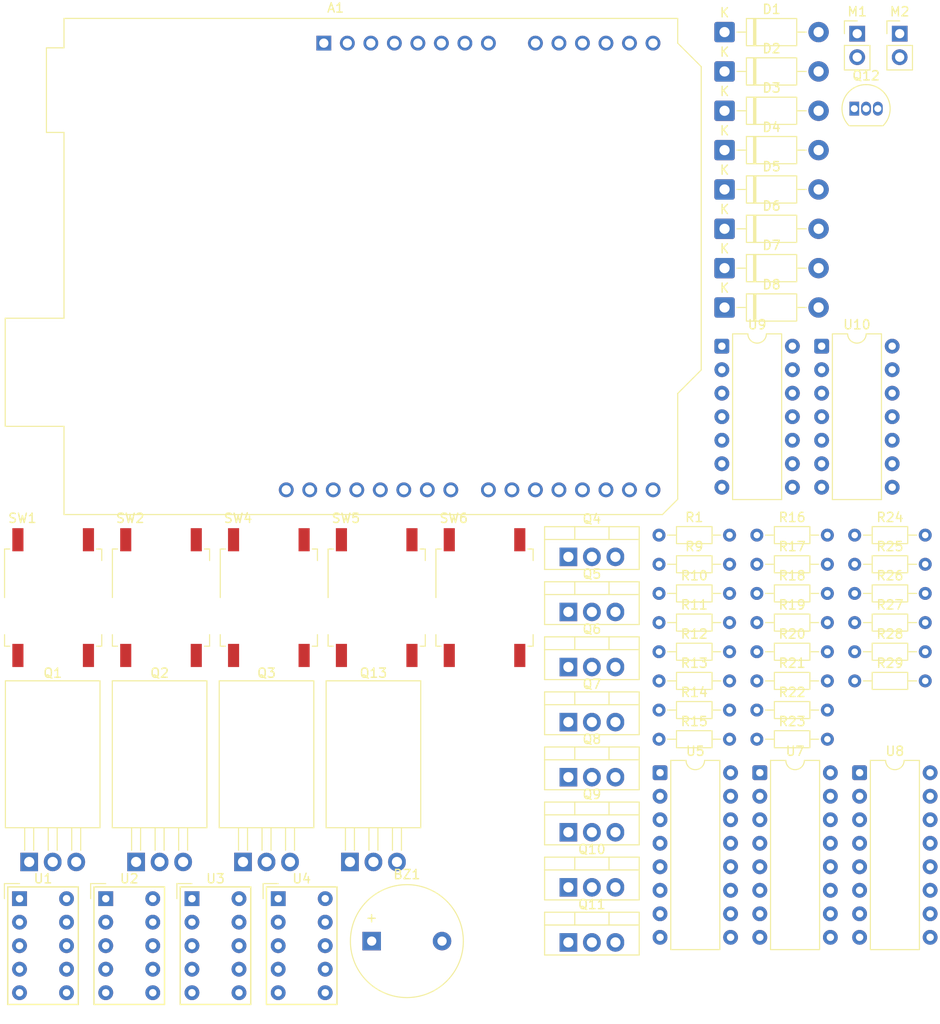
<source format=kicad_pcb>
(kicad_pcb (version 20241229) (generator "pcbnew") (generator_version "9.0")
  (layers (0 "F.Cu" signal) (2 "B.Cu" signal) (13 "F.Paste" user) (15 "B.Paste" user) (5 "F.SilkS" user "F.Silkscreen") (7 "B.SilkS" user "B.Silkscreen") (1 "F.Mask" user) (3 "B.Mask" user) (25 "Edge.Cuts" user))
  (net 0 "")
  (net 3 "Net-(A1-D11)")
  (net 5 "/UP")
  (net 6 "Net-(A1-A1)")
  (net 8 "Net-(A1-D1{slash}TX)")
  (net 9 "Net-(A1-D12)")
  (net 10 "3V3")
  (net 12 "Net-(A1-A2)")
  (net 13 "Net-(A1-D10)")
  (net 15 "VCC")
  (net 21 "GND")
  (net 27 "Net-(A1-D13)")
  (net 28 "Net-(A1-D0{slash}RX)")
  (net 29 "Net-(BZ1-+)")
  (net 30 "Net-(D1-A)")
  (net 31 "Net-(D2-A)")
  (net 32 "Net-(D5-A)")
  (net 33 "Net-(D7-A)")
  (net 34 "Net-(Q1-C)")
  (net 35 "Net-(Q1-B)")
  (net 36 "Net-(Q2-C)")
  (net 37 "Net-(Q2-B)")
  (net 38 "Net-(Q3-B)")
  (net 39 "Net-(Q3-C)")
  (net 40 "Net-(Q4-B)")
  (net 41 "Net-(Q5-B)")
  (net 42 "Net-(Q6-B)")
  (net 43 "Net-(Q7-B)")
  (net 44 "Net-(Q8-B)")
  (net 45 "Net-(Q9-B)")
  (net 46 "Net-(Q10-B)")
  (net 47 "Net-(Q11-B)")
  (net 48 "Net-(Q12-B)")
  (net 49 "Net-(Q13-B)")
  (net 50 "Net-(Q13-C)")
  (net 52 "/SAVE")
  (net 53 "/ALARM-STOP")
  (net 54 "/ALARM-SLEEP")
  (net 55 "/DOWN")
  (net 88 "Net-(U5A-R)")
  (net 89 "Net-(U5B-K)")
  (net 90 "Net-(U5A-J)")
  (net 92 "Net-(U5A-Q)")
  (net 96 "Net-(U5B-J)")
  (net 97 "Net-(U5A-K)")
  (net 99 "Net-(U7A-J)")
  (net 102 "Net-(U7A-K)")
  (net 104 "Net-(U7B-J)")
  (net 110 "Net-(U8A-J)")
  (net 114 "Net-(U6A-K)")
  (net 115 "Net-(U6A-J)")
  (net 116 "Net-(U6B-K)")
  (footprint "Package_DIP:DIP-14_W7.62mm" (layer "F.Cu") (at 190.225 75.205)
    (property "Reference" "U9" (at 3.81 -2.33 0) (layer "F.SilkS"))
    (property "Value" "4011")
    (pad "1" thru_hole roundrect (at 0 0) (size 1.6 1.6) (drill 0.8) (layers "*.Cu" "*.Mask") (roundrect_rratio 0.15625) (net 28 "Net-(A1-D0{slash}RX)"))
    (pad "2" thru_hole circle (at 0 2.54) (size 1.6 1.6) (drill 0.8) (layers "*.Cu" "*.Mask") (net 28 "Net-(A1-D0{slash}RX)"))
    (pad "3" thru_hole circle (at 0 5.08) (size 1.6 1.6) (drill 0.8) (layers "*.Cu" "*.Mask") (net 116 "Net-(U6B-K)"))
    (pad "4" thru_hole circle (at 0 7.62) (size 1.6 1.6) (drill 0.8) (layers "*.Cu" "*.Mask") (net 114 "Net-(U6A-K)"))
    (pad "5" thru_hole circle (at 0 10.16) (size 1.6 1.6) (drill 0.8) (layers "*.Cu" "*.Mask") (net 115 "Net-(U6A-J)"))
    (pad "6" thru_hole circle (at 0 12.7) (size 1.6 1.6) (drill 0.8) (layers "*.Cu" "*.Mask") (net 115 "Net-(U6A-J)"))
    (pad "7" thru_hole circle (at 0 15.24) (size 1.6 1.6) (drill 0.8) (layers "*.Cu" "*.Mask") (net 21 "GND"))
    (pad "8" thru_hole circle (at 7.62 15.24) (size 1.6 1.6) (drill 0.8) (layers "*.Cu" "*.Mask") (net 96 "Net-(U5B-J)"))
    (pad "9" thru_hole circle (at 7.62 12.7) (size 1.6 1.6) (drill 0.8) (layers "*.Cu" "*.Mask") (net 96 "Net-(U5B-J)"))
    (pad "10" thru_hole circle (at 7.62 10.16) (size 1.6 1.6) (drill 0.8) (layers "*.Cu" "*.Mask") (net 89 "Net-(U5B-K)"))
    (pad "11" thru_hole circle (at 7.62 7.62) (size 1.6 1.6) (drill 0.8) (layers "*.Cu" "*.Mask") (net 97 "Net-(U5A-K)"))
    (pad "12" thru_hole circle (at 7.62 5.08) (size 1.6 1.6) (drill 0.8) (layers "*.Cu" "*.Mask") (net 90 "Net-(U5A-J)"))
    (pad "13" thru_hole circle (at 7.62 2.54) (size 1.6 1.6) (drill 0.8) (layers "*.Cu" "*.Mask") (net 90 "Net-(U5A-J)"))
    (pad "14" thru_hole circle (at 7.62 0) (size 1.6 1.6) (drill 0.8) (layers "*.Cu" "*.Mask") (net 15 "VCC"))
  )
  (footprint "Resistor_THT:R_Axial_DIN0204_L3.6mm_D1.6mm_P7.62mm_Horizontal" (layer "F.Cu") (at 183.435 105.065)
    (property "Reference" "R11" (at 3.81 -1.92 0) (layer "F.SilkS"))
    (property "Value" "1K")
    (pad "1" thru_hole circle (at 0 0) (size 1.4 1.4) (drill 0.7) (layers "*.Cu" "*.Mask") (net 35 "Net-(Q1-B)"))
    (pad "2" thru_hole circle (at 7.62 0) (size 1.4 1.4) (drill 0.7) (layers "*.Cu" "*.Mask") (net 9 "Net-(A1-D12)"))
  )
  (footprint "Resistor_THT:R_Axial_DIN0204_L3.6mm_D1.6mm_P7.62mm_Horizontal" (layer "F.Cu") (at 183.435 98.765)
    (property "Reference" "R9" (at 3.81 -1.92 0) (layer "F.SilkS"))
    (property "Value" "1K")
    (pad "1" thru_hole circle (at 0 0) (size 1.4 1.4) (drill 0.7) (layers "*.Cu" "*.Mask") (net 13 "Net-(A1-D10)"))
    (pad "2" thru_hole circle (at 7.62 0) (size 1.4 1.4) (drill 0.7) (layers "*.Cu" "*.Mask") (net 38 "Net-(Q3-B)"))
  )
  (footprint "Resistor_THT:R_Axial_DIN0204_L3.6mm_D1.6mm_P7.62mm_Horizontal" (layer "F.Cu") (at 183.435 117.665)
    (property "Reference" "R15" (at 3.81 -1.92 0) (layer "F.SilkS"))
    (property "Value" "5.6K")
    (pad "1" thru_hole circle (at 0 0) (size 1.4 1.4) (drill 0.7) (layers "*.Cu" "*.Mask") (net 10 "3V3"))
    (pad "2" thru_hole circle (at 7.62 0) (size 1.4 1.4) (drill 0.7) (layers "*.Cu" "*.Mask") (net 40 "Net-(Q4-B)"))
  )
  (footprint "Package_DIP:DIP-16_W7.62mm" (layer "F.Cu") (at 194.325 121.285)
    (property "Reference" "U7" (at 3.81 -2.33 0) (layer "F.SilkS"))
    (property "Value" "4027")
    (pad "1" thru_hole roundrect (at 0 0) (size 1.6 1.6) (drill 0.8) (layers "*.Cu" "*.Mask") (roundrect_rratio 0.15625))
    (pad "2" thru_hole circle (at 0 2.54) (size 1.6 1.6) (drill 0.8) (layers "*.Cu" "*.Mask"))
    (pad "3" thru_hole circle (at 0 5.08) (size 1.6 1.6) (drill 0.8) (layers "*.Cu" "*.Mask"))
    (pad "4" thru_hole circle (at 0 7.62) (size 1.6 1.6) (drill 0.8) (layers "*.Cu" "*.Mask") (net 8 "Net-(A1-D1{slash}TX)"))
    (pad "5" thru_hole circle (at 0 10.16) (size 1.6 1.6) (drill 0.8) (layers "*.Cu" "*.Mask") (net 102 "Net-(U7A-K)"))
    (pad "6" thru_hole circle (at 0 12.7) (size 1.6 1.6) (drill 0.8) (layers "*.Cu" "*.Mask") (net 99 "Net-(U7A-J)"))
    (pad "7" thru_hole circle (at 0 15.24) (size 1.6 1.6) (drill 0.8) (layers "*.Cu" "*.Mask") (net 21 "GND"))
    (pad "8" thru_hole circle (at 0 17.78) (size 1.6 1.6) (drill 0.8) (layers "*.Cu" "*.Mask") (net 21 "GND"))
    (pad "9" thru_hole circle (at 7.62 17.78) (size 1.6 1.6) (drill 0.8) (layers "*.Cu" "*.Mask") (net 21 "GND"))
    (pad "10" thru_hole circle (at 7.62 15.24) (size 1.6 1.6) (drill 0.8) (layers "*.Cu" "*.Mask") (net 104 "Net-(U7B-J)"))
    (pad "11" thru_hole circle (at 7.62 12.7) (size 1.6 1.6) (drill 0.8) (layers "*.Cu" "*.Mask"))
    (pad "12" thru_hole circle (at 7.62 10.16) (size 1.6 1.6) (drill 0.8) (layers "*.Cu" "*.Mask") (net 8 "Net-(A1-D1{slash}TX)"))
    (pad "13" thru_hole circle (at 7.62 7.62) (size 1.6 1.6) (drill 0.8) (layers "*.Cu" "*.Mask"))
    (pad "14" thru_hole circle (at 7.62 5.08) (size 1.6 1.6) (drill 0.8) (layers "*.Cu" "*.Mask"))
    (pad "15" thru_hole circle (at 7.62 2.54) (size 1.6 1.6) (drill 0.8) (layers "*.Cu" "*.Mask") (net 99 "Net-(U7A-J)"))
    (pad "16" thru_hole circle (at 7.62 0) (size 1.6 1.6) (drill 0.8) (layers "*.Cu" "*.Mask") (net 15 "VCC"))
  )
  (footprint "Package_TO_SOT_THT:TO-220-3_Horizontal_TabDown" (layer "F.Cu") (at 138.495 130.925)
    (property "Reference" "Q3" (at 2.54 -20.41 0) (layer "F.SilkS"))
    (property "Value" "TIP42")
    (pad "" np_thru_hole circle (at 2.54 -16.66) (size 3.5 3.5) (drill 3.5) (layers "*.Cu" "*.Mask"))
    (pad "1" thru_hole rect (at 0 0) (size 1.905 2) (drill 1.1) (layers "*.Cu" "*.Mask") (net 38 "Net-(Q3-B)"))
    (pad "2" thru_hole oval (at 2.54 0) (size 1.905 2) (drill 1.1) (layers "*.Cu" "*.Mask") (net 39 "Net-(Q3-C)"))
    (pad "3" thru_hole oval (at 5.08 0) (size 1.905 2) (drill 1.1) (layers "*.Cu" "*.Mask") (net 21 "GND"))
  )
  (footprint "Package_TO_SOT_THT:TO-220-3_Horizontal_TabDown" (layer "F.Cu") (at 150.045 130.925)
    (property "Reference" "Q13" (at 2.54 -20.41 0) (layer "F.SilkS"))
    (property "Value" "TIP42")
    (pad "" np_thru_hole circle (at 2.54 -16.66) (size 3.5 3.5) (drill 3.5) (layers "*.Cu" "*.Mask"))
    (pad "1" thru_hole rect (at 0 0) (size 1.905 2) (drill 1.1) (layers "*.Cu" "*.Mask") (net 49 "Net-(Q13-B)"))
    (pad "2" thru_hole oval (at 2.54 0) (size 1.905 2) (drill 1.1) (layers "*.Cu" "*.Mask") (net 50 "Net-(Q13-C)"))
    (pad "3" thru_hole oval (at 5.08 0) (size 1.905 2) (drill 1.1) (layers "*.Cu" "*.Mask") (net 21 "GND"))
  )
  (footprint "Resistor_THT:R_Axial_DIN0204_L3.6mm_D1.6mm_P7.62mm_Horizontal" (layer "F.Cu") (at 204.575 108.215)
    (property "Reference" "R28" (at 3.81 -1.92 0) (layer "F.SilkS"))
    (property "Value" "330R")
    (pad "1" thru_hole circle (at 0 0) (size 1.4 1.4) (drill 0.7) (layers "*.Cu" "*.Mask") (net 55 "/DOWN"))
    (pad "2" thru_hole circle (at 7.62 0) (size 1.4 1.4) (drill 0.7) (layers "*.Cu" "*.Mask") (net 5 "/UP"))
  )
  (footprint "Module:Arduino_UNO_R2" (layer "F.Cu") (at 147.225 42.465)
    (property "Reference" "A1" (at 1.27 -3.81 180) (layer "F.SilkS"))
    (property "Value" "Arduino_UNO_R2")
    (pad "1" thru_hole rect (at 0 0 90) (size 1.6 1.6) (drill 1) (layers "*.Cu" "*.Mask"))
    (pad "2" thru_hole oval (at 2.54 0 90) (size 1.6 1.6) (drill 1) (layers "*.Cu" "*.Mask"))
    (pad "3" thru_hole oval (at 5.08 0 90) (size 1.6 1.6) (drill 1) (layers "*.Cu" "*.Mask"))
    (pad "4" thru_hole oval (at 7.62 0 90) (size 1.6 1.6) (drill 1) (layers "*.Cu" "*.Mask") (net 10 "3V3"))
    (pad "5" thru_hole oval (at 10.16 0 90) (size 1.6 1.6) (drill 1) (layers "*.Cu" "*.Mask") (net 15 "VCC"))
    (pad "6" thru_hole oval (at 12.7 0 90) (size 1.6 1.6) (drill 1) (layers "*.Cu" "*.Mask") (net 21 "GND"))
    (pad "7" thru_hole oval (at 15.24 0 90) (size 1.6 1.6) (drill 1) (layers "*.Cu" "*.Mask") (net 21 "GND"))
    (pad "8" thru_hole oval (at 17.78 0 90) (size 1.6 1.6) (drill 1) (layers "*.Cu" "*.Mask"))
    (pad "9" thru_hole oval (at 22.86 0 90) (size 1.6 1.6) (drill 1) (layers "*.Cu" "*.Mask") (net 5 "/UP"))
    (pad "10" thru_hole oval (at 25.4 0 90) (size 1.6 1.6) (drill 1) (layers "*.Cu" "*.Mask") (net 6 "Net-(A1-A1)"))
    (pad "11" thru_hole oval (at 27.94 0 90) (size 1.6 1.6) (drill 1) (layers "*.Cu" "*.Mask") (net 12 "Net-(A1-A2)"))
    (pad "12" thru_hole oval (at 30.48 0 90) (size 1.6 1.6) (drill 1) (layers "*.Cu" "*.Mask"))
    (pad "13" thru_hole oval (at 33.02 0 90) (size 1.6 1.6) (drill 1) (layers "*.Cu" "*.Mask"))
    (pad "14" thru_hole oval (at 35.56 0 90) (size 1.6 1.6) (drill 1) (layers "*.Cu" "*.Mask"))
    (pad "15" thru_hole oval (at 35.56 48.26 90) (size 1.6 1.6) (drill 1) (layers "*.Cu" "*.Mask") (net 28 "Net-(A1-D0{slash}RX)"))
    (pad "16" thru_hole oval (at 33.02 48.26 90) (size 1.6 1.6) (drill 1) (layers "*.Cu" "*.Mask") (net 8 "Net-(A1-D1{slash}TX)"))
    (pad "17" thru_hole oval (at 30.48 48.26 90) (size 1.6 1.6) (drill 1) (layers "*.Cu" "*.Mask"))
    (pad "18" thru_hole oval (at 27.94 48.26 90) (size 1.6 1.6) (drill 1) (layers "*.Cu" "*.Mask"))
    (pad "19" thru_hole oval (at 25.4 48.26 90) (size 1.6 1.6) (drill 1) (layers "*.Cu" "*.Mask"))
    (pad "20" thru_hole oval (at 22.86 48.26 90) (size 1.6 1.6) (drill 1) (layers "*.Cu" "*.Mask"))
    (pad "21" thru_hole oval (at 20.32 48.26 90) (size 1.6 1.6) (drill 1) (layers "*.Cu" "*.Mask"))
    (pad "22" thru_hole oval (at 17.78 48.26 90) (size 1.6 1.6) (drill 1) (layers "*.Cu" "*.Mask"))
    (pad "23" thru_hole oval (at 13.72 48.26 90) (size 1.6 1.6) (drill 1) (layers "*.Cu" "*.Mask"))
    (pad "24" thru_hole oval (at 11.18 48.26 90) (size 1.6 1.6) (drill 1) (layers "*.Cu" "*.Mask"))
    (pad "25" thru_hole oval (at 8.64 48.26 90) (size 1.6 1.6) (drill 1) (layers "*.Cu" "*.Mask") (net 13 "Net-(A1-D10)"))
    (pad "26" thru_hole oval (at 6.1 48.26 90) (size 1.6 1.6) (drill 1) (layers "*.Cu" "*.Mask") (net 3 "Net-(A1-D11)"))
    (pad "27" thru_hole oval (at 3.56 48.26 90) (size 1.6 1.6) (drill 1) (layers "*.Cu" "*.Mask") (net 9 "Net-(A1-D12)"))
    (pad "28" thru_hole oval (at 1.02 48.26 90) (size 1.6 1.6) (drill 1) (layers "*.Cu" "*.Mask") (net 27 "Net-(A1-D13)"))
    (pad "29" thru_hole oval (at -1.52 48.26 90) (size 1.6 1.6) (drill 1) (layers "*.Cu" "*.Mask") (net 21 "GND"))
    (pad "30" thru_hole oval (at -4.06 48.26 90) (size 1.6 1.6) (drill 1) (layers "*.Cu" "*.Mask"))
  )
  (footprint "Resistor_THT:R_Axial_DIN0204_L3.6mm_D1.6mm_P7.62mm_Horizontal" (layer "F.Cu") (at 183.435 95.615)
    (property "Reference" "R1" (at 3.81 -1.92 0) (layer "F.SilkS"))
    (property "Value" "1K")
    (pad "1" thru_hole circle (at 0 0) (size 1.4 1.4) (drill 0.7) (layers "*.Cu" "*.Mask") (net 49 "Net-(Q13-B)"))
    (pad "2" thru_hole circle (at 7.62 0) (size 1.4 1.4) (drill 0.7) (layers "*.Cu" "*.Mask") (net 27 "Net-(A1-D13)"))
  )
  (footprint "Button_Switch_SMD:SW_MEC_5GSH9" (layer "F.Cu") (at 164.585 102.365)
    (property "Reference" "SW6" (at -3.325 -8.575 180) (layer "F.SilkS"))
    (property "Value" "SW_MEC_5G")
    (pad "1" smd rect (at -3.81 -6.25 90) (size 2.5 1.2) (layers "F.Cu" "F.Mask" "F.Paste") (net 52 "/SAVE"))
    (pad "2" smd rect (at -3.81 6.25 90) (size 2.5 1.2) (layers "F.Cu" "F.Mask" "F.Paste") (net 52 "/SAVE"))
    (pad "3" smd rect (at 3.81 -6.25 90) (size 2.5 1.2) (layers "F.Cu" "F.Mask" "F.Paste") (net 21 "GND"))
    (pad "4" smd rect (at 3.81 6.25 90) (size 2.5 1.2) (layers "F.Cu" "F.Mask" "F.Paste") (net 21 "GND"))
  )
  (footprint "Package_TO_SOT_THT:TO-220-3_Vertical" (layer "F.Cu") (at 173.645 133.665)
    (property "Reference" "Q10" (at 2.54 -4.1 0) (layer "F.SilkS"))
    (property "Value" "TIP42")
    (pad "1" thru_hole rect (at 0 0) (size 1.905 2) (drill 1.1) (layers "*.Cu" "*.Mask") (net 46 "Net-(Q10-B)"))
    (pad "2" thru_hole oval (at 2.54 0) (size 1.905 2) (drill 1.1) (layers "*.Cu" "*.Mask") (net 33 "Net-(D7-A)"))
    (pad "3" thru_hole oval (at 5.08 0) (size 1.905 2) (drill 1.1) (layers "*.Cu" "*.Mask") (net 10 "3V3"))
  )
  (footprint "Resistor_THT:R_Axial_DIN0204_L3.6mm_D1.6mm_P7.62mm_Horizontal" (layer "F.Cu") (at 183.435 108.215)
    (property "Reference" "R12" (at 3.81 -1.92 0) (layer "F.SilkS"))
    (property "Value" "1K")
    (pad "1" thru_hole circle (at 0 0) (size 1.4 1.4) (drill 0.7) (layers "*.Cu" "*.Mask"))
    (pad "2" thru_hole circle (at 7.62 0) (size 1.4 1.4) (drill 0.7) (layers "*.Cu" "*.Mask") (net 48 "Net-(Q12-B)"))
  )
  (footprint "Buzzer_Beeper:Buzzer_12x9.5RM7.6" (layer "F.Cu") (at 152.395 139.475)
    (property "Reference" "BZ1" (at 3.8 -7.2 0) (layer "F.SilkS"))
    (property "Value" "Buzzer")
    (fp_text user "+" (at -0.01 -2.54 0) (layer "F.SilkS"))
    (pad "1" thru_hole rect (at 0 0) (size 2 2) (drill 1) (layers "*.Cu" "*.Mask") (net 29 "Net-(BZ1-+)"))
    (pad "2" thru_hole circle (at 7.6 0) (size 2 2) (drill 1) (layers "*.Cu" "*.Mask") (net 21 "GND"))
  )
  (footprint "Package_TO_SOT_THT:TO-220-3_Vertical" (layer "F.Cu") (at 173.645 127.715)
    (property "Reference" "Q9" (at 2.54 -4.1 0) (layer "F.SilkS"))
    (property "Value" "TIP41")
    (pad "1" thru_hole rect (at 0 0) (size 1.905 2) (drill 1.1) (layers "*.Cu" "*.Mask") (net 45 "Net-(Q9-B)"))
    (pad "2" thru_hole oval (at 2.54 0) (size 1.905 2) (drill 1.1) (layers "*.Cu" "*.Mask") (net 32 "Net-(D5-A)"))
    (pad "3" thru_hole oval (at 5.08 0) (size 1.905 2) (drill 1.1) (layers "*.Cu" "*.Mask") (net 21 "GND"))
  )
  (footprint "Diode_THT:D_DO-41_SOD81_P10.16mm_Horizontal" (layer "F.Cu") (at 190.515 71.025)
    (property "Reference" "D8" (at 5.08 -2.47 0) (layer "F.SilkS"))
    (property "Value" "1N4001")
    (fp_text user "K" (at 0 -2.1 0) (layer "F.SilkS"))
    (pad "1" thru_hole roundrect (at 0 0) (size 2.2 2.2) (drill 1.1) (layers "*.Cu" "*.Mask") (roundrect_rratio 0.113636) (net 33 "Net-(D7-A)"))
    (pad "2" thru_hole circle (at 10.16 0) (size 2.2 2.2) (drill 1.1) (layers "*.Cu" "*.Mask") (net 21 "GND"))
  )
  (footprint "Button_Switch_SMD:SW_MEC_5GSH9" (layer "F.Cu") (at 117.985 102.365)
    (property "Reference" "SW1" (at -3.325 -8.575 180) (layer "F.SilkS"))
    (property "Value" "SW_MEC_5G")
    (pad "1" smd rect (at -3.81 -6.25 90) (size 2.5 1.2) (layers "F.Cu" "F.Mask" "F.Paste") (net 53 "/ALARM-STOP"))
    (pad "2" smd rect (at -3.81 6.25 90) (size 2.5 1.2) (layers "F.Cu" "F.Mask" "F.Paste") (net 53 "/ALARM-STOP"))
    (pad "3" smd rect (at 3.81 -6.25 90) (size 2.5 1.2) (layers "F.Cu" "F.Mask" "F.Paste") (net 21 "GND"))
    (pad "4" smd rect (at 3.81 6.25 90) (size 2.5 1.2) (layers "F.Cu" "F.Mask" "F.Paste") (net 21 "GND"))
  )
  (footprint "Package_TO_SOT_THT:TO-220-3_Vertical" (layer "F.Cu") (at 173.645 139.615)
    (property "Reference" "Q11" (at 2.54 -4.1 0) (layer "F.SilkS"))
    (property "Value" "TIP41")
    (pad "1" thru_hole rect (at 0 0) (size 1.905 2) (drill 1.1) (layers "*.Cu" "*.Mask") (net 47 "Net-(Q11-B)"))
    (pad "2" thru_hole oval (at 2.54 0) (size 1.905 2) (drill 1.1) (layers "*.Cu" "*.Mask") (net 33 "Net-(D7-A)"))
    (pad "3" thru_hole oval (at 5.08 0) (size 1.905 2) (drill 1.1) (layers "*.Cu" "*.Mask") (net 21 "GND"))
  )
  (footprint "Diode_THT:D_DO-41_SOD81_P10.16mm_Horizontal" (layer "F.Cu") (at 190.515 49.775)
    (property "Reference" "D3" (at 5.08 -2.47 0) (layer "F.SilkS"))
    (property "Value" "1N4001")
    (fp_text user "K" (at 0 -2.1 0) (layer "F.SilkS"))
    (pad "1" thru_hole roundrect (at 0 0) (size 2.2 2.2) (drill 1.1) (layers "*.Cu" "*.Mask") (roundrect_rratio 0.113636) (net 30 "Net-(D1-A)"))
    (pad "2" thru_hole circle (at 10.16 0) (size 2.2 2.2) (drill 1.1) (layers "*.Cu" "*.Mask") (net 21 "GND"))
  )
  (footprint "Diode_THT:D_DO-41_SOD81_P10.16mm_Horizontal" (layer "F.Cu") (at 190.515 66.775)
    (property "Reference" "D7" (at 5.08 -2.47 0) (layer "F.SilkS"))
    (property "Value" "1N4001")
    (fp_text user "K" (at 0 -2.1 0) (layer "F.SilkS"))
    (pad "1" thru_hole roundrect (at 0 0) (size 2.2 2.2) (drill 1.1) (layers "*.Cu" "*.Mask") (roundrect_rratio 0.113636) (net 10 "3V3"))
    (pad "2" thru_hole circle (at 10.16 0) (size 2.2 2.2) (drill 1.1) (layers "*.Cu" "*.Mask") (net 33 "Net-(D7-A)"))
  )
  (footprint "Resistor_THT:R_Axial_DIN0204_L3.6mm_D1.6mm_P7.62mm_Horizontal" (layer "F.Cu") (at 194.005 117.665)
    (property "Reference" "R23" (at 3.81 -1.92 0) (layer "F.SilkS"))
    (property "Value" "1K")
    (pad "1" thru_hole circle (at 0 0) (size 1.4 1.4) (drill 0.7) (layers "*.Cu" "*.Mask") (net 44 "Net-(Q8-B)"))
    (pad "2" thru_hole circle (at 7.62 0) (size 1.4 1.4) (drill 0.7) (layers "*.Cu" "*.Mask") (net 33 "Net-(D7-A)"))
  )
  (footprint "Package_TO_SOT_THT:TO-220-3_Vertical" (layer "F.Cu") (at 173.645 109.865)
    (property "Reference" "Q6" (at 2.54 -4.1 0) (layer "F.SilkS"))
    (property "Value" "TIP41")
    (pad "1" thru_hole rect (at 0 0) (size 1.905 2) (drill 1.1) (layers "*.Cu" "*.Mask") (net 42 "Net-(Q6-B)"))
    (pad "2" thru_hole oval (at 2.54 0) (size 1.905 2) (drill 1.1) (layers "*.Cu" "*.Mask") (net 30 "Net-(D1-A)"))
    (pad "3" thru_hole oval (at 5.08 0) (size 1.905 2) (drill 1.1) (layers "*.Cu" "*.Mask") (net 21 "GND"))
  )
  (footprint "Connector_PinHeader_2.54mm:PinHeader_1x02_P2.54mm_Vertical" (layer "F.Cu") (at 204.845 41.445)
    (property "Reference" "M1" (at 0 -2.38 0) (layer "F.SilkS"))
    (property "Value" "Motor_DC")
    (pad "1" thru_hole rect (at 0 0) (size 1.7 1.7) (drill 1) (layers "*.Cu" "*.Mask") (net 31 "Net-(D2-A)"))
    (pad "2" thru_hole circle (at 0 2.54) (size 1.7 1.7) (drill 1) (layers "*.Cu" "*.Mask") (net 30 "Net-(D1-A)"))
  )
  (footprint "Button_Switch_SMD:SW_MEC_5GSH9" (layer "F.Cu") (at 152.935 102.365)
    (property "Reference" "SW5" (at -3.325 -8.575 180) (layer "F.SilkS"))
    (property "Value" "SW_MEC_5G")
    (pad "1" smd rect (at -3.81 -6.25 90) (size 2.5 1.2) (layers "F.Cu" "F.Mask" "F.Paste") (net 55 "/DOWN"))
    (pad "2" smd rect (at -3.81 6.25 90) (size 2.5 1.2) (layers "F.Cu" "F.Mask" "F.Paste") (net 55 "/DOWN"))
    (pad "3" smd rect (at 3.81 -6.25 90) (size 2.5 1.2) (layers "F.Cu" "F.Mask" "F.Paste") (net 21 "GND"))
    (pad "4" smd rect (at 3.81 6.25 90) (size 2.5 1.2) (layers "F.Cu" "F.Mask" "F.Paste") (net 21 "GND"))
  )
  (footprint "Resistor_THT:R_Axial_DIN0204_L3.6mm_D1.6mm_P7.62mm_Horizontal" (layer "F.Cu") (at 183.435 114.515)
    (property "Reference" "R14" (at 3.81 -1.92 0) (layer "F.SilkS"))
    (property "Value" "3.3K")
    (pad "1" thru_hole circle (at 0 0) (size 1.4 1.4) (drill 0.7) (layers "*.Cu" "*.Mask") (net 53 "/ALARM-STOP"))
    (pad "2" thru_hole circle (at 7.62 0) (size 1.4 1.4) (drill 0.7) (layers "*.Cu" "*.Mask") (net 54 "/ALARM-SLEEP"))
  )
  (footprint "Display_7Segment:HDSP-7801" (layer "F.Cu") (at 123.665 134.89)
    (property "Reference" "U2" (at 2.54 -2.159 0) (layer "F.SilkS"))
    (property "Value" "HDSP-7801")
    (pad "1" thru_hole rect (at 0 0) (size 1.6 1.6) (drill 0.8) (layers "*.Cu" "*.Mask") (net 36 "Net-(Q2-C)"))
    (pad "2" thru_hole circle (at 0 2.54) (size 1.6 1.6) (drill 0.8) (layers "*.Cu" "*.Mask"))
    (pad "3" thru_hole circle (at 0 5.08) (size 1.6 1.6) (drill 0.8) (layers "*.Cu" "*.Mask"))
    (pad "4" thru_hole circle (at 0 7.62) (size 1.6 1.6) (drill 0.8) (layers "*.Cu" "*.Mask"))
    (pad "5" thru_hole circle (at 0 10.16) (size 1.6 1.6) (drill 0.8) (layers "*.Cu" "*.Mask"))
    (pad "6" thru_hole circle (at 5.08 10.16) (size 1.6 1.6) (drill 0.8) (layers "*.Cu" "*.Mask") (net 36 "Net-(Q2-C)"))
    (pad "7" thru_hole circle (at 5.08 7.62) (size 1.6 1.6) (drill 0.8) (layers "*.Cu" "*.Mask"))
    (pad "8" thru_hole circle (at 5.08 5.08) (size 1.6 1.6) (drill 0.8) (layers "*.Cu" "*.Mask"))
    (pad "9" thru_hole circle (at 5.08 2.54) (size 1.6 1.6) (drill 0.8) (layers "*.Cu" "*.Mask"))
    (pad "10" thru_hole circle (at 5.08 0) (size 1.6 1.6) (drill 0.8) (layers "*.Cu" "*.Mask"))
  )
  (footprint "Package_DIP:DIP-14_W7.62mm" (layer "F.Cu") (at 201.005 75.205)
    (property "Reference" "U10" (at 3.81 -2.33 0) (layer "F.SilkS"))
    (property "Value" "4011")
    (pad "1" thru_hole roundrect (at 0 0) (size 1.6 1.6) (drill 0.8) (layers "*.Cu" "*.Mask") (roundrect_rratio 0.15625) (net 92 "Net-(U5A-Q)"))
    (pad "2" thru_hole circle (at 0 2.54) (size 1.6 1.6) (drill 0.8) (layers "*.Cu" "*.Mask") (net 92 "Net-(U5A-Q)"))
    (pad "3" thru_hole circle (at 0 5.08) (size 1.6 1.6) (drill 0.8) (layers "*.Cu" "*.Mask"))
    (pad "4" thru_hole circle (at 0 7.62) (size 1.6 1.6) (drill 0.8) (layers "*.Cu" "*.Mask"))
    (pad "5" thru_hole circle (at 0 10.16) (size 1.6 1.6) (drill 0.8) (layers "*.Cu" "*.Mask") (net 110 "Net-(U8A-J)"))
    (pad "6" thru_hole circle (at 0 12.7) (size 1.6 1.6) (drill 0.8) (layers "*.Cu" "*.Mask") (net 110 "Net-(U8A-J)"))
    (pad "7" thru_hole circle (at 0 15.24) (size 1.6 1.6) (drill 0.8) (layers "*.Cu" "*.Mask") (net 21 "GND"))
    (pad "8" thru_hole circle (at 7.62 15.24) (size 1.6 1.6) (drill 0.8) (layers "*.Cu" "*.Mask") (net 104 "Net-(U7B-J)"))
    (pad "9" thru_hole circle (at 7.62 12.7) (size 1.6 1.6) (drill 0.8) (layers "*.Cu" "*.Mask") (net 104 "Net-(U7B-J)"))
    (pad "10" thru_hole circle (at 7.62 10.16) (size 1.6 1.6) (drill 0.8) (layers "*.Cu" "*.Mask"))
    (pad "11" thru_hole circle (at 7.62 7.62) (size 1.6 1.6) (drill 0.8) (layers "*.Cu" "*.Mask") (net 102 "Net-(U7A-K)"))
    (pad "12" thru_hole circle (at 7.62 5.08) (size 1.6 1.6) (drill 0.8) (layers "*.Cu" "*.Mask") (net 99 "Net-(U7A-J)"))
    (pad "13" thru_hole circle (at 7.62 2.54) (size 1.6 1.6) (drill 0.8) (layers "*.Cu" "*.Mask") (net 99 "Net-(U7A-J)"))
    (pad "14" thru_hole circle (at 7.62 0) (size 1.6 1.6) (drill 0.8) (layers "*.Cu" "*.Mask") (net 15 "VCC"))
  )
  (footprint "Diode_THT:D_DO-41_SOD81_P10.16mm_Horizontal" (layer "F.Cu") (at 190.515 62.525)
    (property "Reference" "D6" (at 5.08 -2.47 0) (layer "F.SilkS"))
    (property "Value" "1N4001")
    (fp_text user "K" (at 0 -2.1 0) (layer "F.SilkS"))
    (pad "1" thru_hole roundrect (at 0 0) (size 2.2 2.2) (drill 1.1) (layers "*.Cu" "*.Mask") (roundrect_rratio 0.113636) (net 32 "Net-(D5-A)"))
    (pad "2" thru_hole circle (at 10.16 0) (size 2.2 2.2) (drill 1.1) (layers "*.Cu" "*.Mask") (net 21 "GND"))
  )
  (footprint "Resistor_THT:R_Axial_DIN0204_L3.6mm_D1.6mm_P7.62mm_Horizontal" (layer "F.Cu") (at 204.575 98.765)
    (property "Reference" "R25" (at 3.81 -1.92 0) (layer "F.SilkS"))
    (property "Value" "1K")
    (pad "1" thru_hole circle (at 0 0) (size 1.4 1.4) (drill 0.7) (layers "*.Cu" "*.Mask") (net 46 "Net-(Q10-B)"))
    (pad "2" thru_hole circle (at 7.62 0) (size 1.4 1.4) (drill 0.7) (layers "*.Cu" "*.Mask") (net 32 "Net-(D5-A)"))
  )
  (footprint "Diode_THT:D_DO-41_SOD81_P10.16mm_Horizontal" (layer "F.Cu") (at 190.515 58.275)
    (property "Reference" "D5" (at 5.08 -2.47 0) (layer "F.SilkS"))
    (property "Value" "1N4001")
    (fp_text user "K" (at 0 -2.1 0) (layer "F.SilkS"))
    (pad "1" thru_hole roundrect (at 0 0) (size 2.2 2.2) (drill 1.1) (layers "*.Cu" "*.Mask") (roundrect_rratio 0.113636) (net 10 "3V3"))
    (pad "2" thru_hole circle (at 10.16 0) (size 2.2 2.2) (drill 1.1) (layers "*.Cu" "*.Mask") (net 32 "Net-(D5-A)"))
  )
  (footprint "Diode_THT:D_DO-41_SOD81_P10.16mm_Horizontal" (layer "F.Cu") (at 190.515 41.275)
    (property "Reference" "D1" (at 5.08 -2.47 0) (layer "F.SilkS"))
    (property "Value" "1N4001")
    (fp_text user "K" (at 0 -2.1 0) (layer "F.SilkS"))
    (pad "1" thru_hole roundrect (at 0 0) (size 2.2 2.2) (drill 1.1) (layers "*.Cu" "*.Mask") (roundrect_rratio 0.113636) (net 10 "3V3"))
    (pad "2" thru_hole circle (at 10.16 0) (size 2.2 2.2) (drill 1.1) (layers "*.Cu" "*.Mask") (net 30 "Net-(D1-A)"))
  )
  (footprint "Package_TO_SOT_THT:TO-220-3_Vertical" (layer "F.Cu") (at 173.645 115.815)
    (property "Reference" "Q7" (at 2.54 -4.1 0) (layer "F.SilkS"))
    (property "Value" "TIP41")
    (pad "1" thru_hole rect (at 0 0) (size 1.905 2) (drill 1.1) (layers "*.Cu" "*.Mask") (net 43 "Net-(Q7-B)"))
    (pad "2" thru_hole oval (at 2.54 0) (size 1.905 2) (drill 1.1) (layers "*.Cu" "*.Mask") (net 31 "Net-(D2-A)"))
    (pad "3" thru_hole oval (at 5.08 0) (size 1.905 2) (drill 1.1) (layers "*.Cu" "*.Mask") (net 21 "GND"))
  )
  (footprint "Resistor_THT:R_Axial_DIN0204_L3.6mm_D1.6mm_P7.62mm_Horizontal" (layer "F.Cu") (at 194.005 101.915)
    (property "Reference" "R18" (at 3.81 -1.92 0) (layer "F.SilkS"))
    (property "Value" "1K")
    (pad "1" thru_hole circle (at 0 0) (size 1.4 1.4) (drill 0.7) (layers "*.Cu" "*.Mask") (net 41 "Net-(Q5-B)"))
    (pad "2" thru_hole circle (at 7.62 0) (size 1.4 1.4) (drill 0.7) (layers "*.Cu" "*.Mask") (net 30 "Net-(D1-A)"))
  )
  (footprint "Button_Switch_SMD:SW_MEC_5GSH9" (layer "F.Cu") (at 129.635 102.365)
    (property "Reference" "SW2" (at -3.325 -8.575 180) (layer "F.SilkS"))
    (property "Value" "SW_MEC_5G")
    (pad "1" smd rect (at -3.81 -6.25 90) (size 2.5 1.2) (layers "F.Cu" "F.Mask" "F.Paste") (net 54 "/ALARM-SLEEP"))
    (pad "2" smd rect (at -3.81 6.25 90) (size 2.5 1.2) (layers "F.Cu" "F.Mask" "F.Paste") (net 54 "/ALARM-SLEEP"))
    (pad "3" smd rect (at 3.81 -6.25 90) (size 2.5 1.2) (layers "F.Cu" "F.Mask" "F.Paste") (net 21 "GND"))
    (pad "4" smd rect (at 3.81 6.25 90) (size 2.5 1.2) (layers "F.Cu" "F.Mask" "F.Paste") (net 21 "GND"))
  )
  (footprint "Resistor_THT:R_Axial_DIN0204_L3.6mm_D1.6mm_P7.62mm_Horizontal" (layer "F.Cu") (at 194.005 98.765)
    (property "Reference" "R17" (at 3.81 -1.92 0) (layer "F.SilkS"))
    (property "Value" "5.6K")
    (pad "1" thru_hole circle (at 0 0) (size 1.4 1.4) (drill 0.7) (layers "*.Cu" "*.Mask") (net 10 "3V3"))
    (pad "2" thru_hole circle (at 7.62 0) (size 1.4 1.4) (drill 0.7) (layers "*.Cu" "*.Mask") (net 41 "Net-(Q5-B)"))
  )
  (footprint "Package_TO_SOT_THT:TO-220-3_Vertical" (layer "F.Cu") (at 173.645 103.915)
    (property "Reference" "Q5" (at 2.54 -4.1 0) (layer "F.SilkS"))
    (property "Value" "TIP42")
    (pad "1" thru_hole rect (at 0 0) (size 1.905 2) (drill 1.1) (layers "*.Cu" "*.Mask") (net 41 "Net-(Q5-B)"))
    (pad "2" thru_hole oval (at 2.54 0) (size 1.905 2) (drill 1.1) (layers "*.Cu" "*.Mask") (net 31 "Net-(D2-A)"))
    (pad "3" thru_hole oval (at 5.08 0) (size 1.905 2) (drill 1.1) (layers "*.Cu" "*.Mask") (net 10 "3V3"))
  )
  (footprint "Package_TO_SOT_THT:TO-220-3_Horizontal_TabDown" (layer "F.Cu") (at 115.395 130.925)
    (property "Reference" "Q1" (at 2.54 -20.41 0) (layer "F.SilkS"))
    (property "Value" "TIP42")
    (pad "" np_thru_hole circle (at 2.54 -16.66) (size 3.5 3.5) (drill 3.5) (layers "*.Cu" "*.Mask"))
    (pad "1" thru_hole rect (at 0 0) (size 1.905 2) (drill 1.1) (layers "*.Cu" "*.Mask") (net 35 "Net-(Q1-B)"))
    (pad "2" thru_hole oval (at 2.54 0) (size 1.905 2) (drill 1.1) (layers "*.Cu" "*.Mask") (net 34 "Net-(Q1-C)"))
    (pad "3" thru_hole oval (at 5.08 0) (size 1.905 2) (drill 1.1) (layers "*.Cu" "*.Mask") (net 21 "GND"))
  )
  (footprint "Display_7Segment:HDSP-7801" (layer "F.Cu") (at 132.98 134.89)
    (property "Reference" "U3" (at 2.54 -2.159 0) (layer "F.SilkS"))
    (property "Value" "HDSP-7801")
    (pad "1" thru_hole rect (at 0 0) (size 1.6 1.6) (drill 0.8) (layers "*.Cu" "*.Mask") (net 39 "Net-(Q3-C)"))
    (pad "2" thru_hole circle (at 0 2.54) (size 1.6 1.6) (drill 0.8) (layers "*.Cu" "*.Mask"))
    (pad "3" thru_hole circle (at 0 5.08) (size 1.6 1.6) (drill 0.8) (layers "*.Cu" "*.Mask"))
    (pad "4" thru_hole circle (at 0 7.62) (size 1.6 1.6) (drill 0.8) (layers "*.Cu" "*.Mask"))
    (pad "5" thru_hole circle (at 0 10.16) (size 1.6 1.6) (drill 0.8) (layers "*.Cu" "*.Mask"))
    (pad "6" thru_hole circle (at 5.08 10.16) (size 1.6 1.6) (drill 0.8) (layers "*.Cu" "*.Mask") (net 39 "Net-(Q3-C)"))
    (pad "7" thru_hole circle (at 5.08 7.62) (size 1.6 1.6) (drill 0.8) (layers "*.Cu" "*.Mask"))
    (pad "8" thru_hole circle (at 5.08 5.08) (size 1.6 1.6) (drill 0.8) (layers "*.Cu" "*.Mask"))
    (pad "9" thru_hole circle (at 5.08 2.54) (size 1.6 1.6) (drill 0.8) (layers "*.Cu" "*.Mask"))
    (pad "10" thru_hole circle (at 5.08 0) (size 1.6 1.6) (drill 0.8) (layers "*.Cu" "*.Mask"))
  )
  (footprint "Resistor_THT:R_Axial_DIN0204_L3.6mm_D1.6mm_P7.62mm_Horizontal" (layer "F.Cu") (at 194.005 105.065)
    (property "Reference" "R19" (at 3.81 -1.92 0) (layer "F.SilkS"))
    (property "Value" "1K")
    (pad "1" thru_hole circle (at 0 0) (size 1.4 1.4) (drill 0.7) (layers "*.Cu" "*.Mask") (net 42 "Net-(Q6-B)"))
    (pad "2" thru_hole circle (at 7.62 0) (size 1.4 1.4) (drill 0.7) (layers "*.Cu" "*.Mask") (net 6 "Net-(A1-A1)"))
  )
  (footprint "Resistor_THT:R_Axial_DIN0204_L3.6mm_D1.6mm_P7.62mm_Horizontal" (layer "F.Cu") (at 194.005 111.365)
    (property "Reference" "R21" (at 3.81 -1.92 0) (layer "F.SilkS"))
    (property "Value" "1K")
    (pad "1" thru_hole circle (at 0 0) (size 1.4 1.4) (drill 0.7) (layers "*.Cu" "*.Mask") (net 45 "Net-(Q9-B)"))
    (pad "2" thru_hole circle (at 7.62 0) (size 1.4 1.4) (drill 0.7) (layers "*.Cu" "*.Mask") (net 6 "Net-(A1-A1)"))
  )
  (footprint "Diode_THT:D_DO-41_SOD81_P10.16mm_Horizontal" (layer "F.Cu") (at 190.515 54.025)
    (property "Reference" "D4" (at 5.08 -2.47 0) (layer "F.SilkS"))
    (property "Value" "1N4001")
    (fp_text user "K" (at 0 -2.1 0) (layer "F.SilkS"))
    (pad "1" thru_hole roundrect (at 0 0) (size 2.2 2.2) (drill 1.1) (layers "*.Cu" "*.Mask") (roundrect_rratio 0.113636) (net 31 "Net-(D2-A)"))
    (pad "2" thru_hole circle (at 10.16 0) (size 2.2 2.2) (drill 1.1) (layers "*.Cu" "*.Mask") (net 21 "GND"))
  )
  (footprint "Resistor_THT:R_Axial_DIN0204_L3.6mm_D1.6mm_P7.62mm_Horizontal" (layer "F.Cu") (at 204.575 105.065)
    (property "Reference" "R27" (at 3.81 -1.92 0) (layer "F.SilkS"))
    (property "Value" "2K")
    (pad "1" thru_hole circle (at 0 0) (size 1.4 1.4) (drill 0.7) (layers "*.Cu" "*.Mask") (net 5 "/UP"))
    (pad "2" thru_hole circle (at 7.62 0) (size 1.4 1.4) (drill 0.7) (layers "*.Cu" "*.Mask") (net 15 "VCC"))
  )
  (footprint "Resistor_THT:R_Axial_DIN0204_L3.6mm_D1.6mm_P7.62mm_Horizontal" (layer "F.Cu") (at 194.005 108.215)
    (property "Reference" "R20" (at 3.81 -1.92 0) (layer "F.SilkS"))
    (property "Value" "1K")
    (pad "1" thru_hole circle (at 0 0) (size 1.4 1.4) (drill 0.7) (layers "*.Cu" "*.Mask") (net 43 "Net-(Q7-B)"))
    (pad "2" thru_hole circle (at 7.62 0) (size 1.4 1.4) (drill 0.7) (layers "*.Cu" "*.Mask") (net 12 "Net-(A1-A2)"))
  )
  (footprint "Display_7Segment:HDSP-7801" (layer "F.Cu") (at 142.295 134.89)
    (property "Reference" "U4" (at 2.54 -2.159 0) (layer "F.SilkS"))
    (property "Value" "HDSP-7801")
    (pad "1" thru_hole rect (at 0 0) (size 1.6 1.6) (drill 0.8) (layers "*.Cu" "*.Mask") (net 50 "Net-(Q13-C)"))
    (pad "2" thru_hole circle (at 0 2.54) (size 1.6 1.6) (drill 0.8) (layers "*.Cu" "*.Mask"))
    (pad "3" thru_hole circle (at 0 5.08) (size 1.6 1.6) (drill 0.8) (layers "*.Cu" "*.Mask"))
    (pad "4" thru_hole circle (at 0 7.62) (size 1.6 1.6) (drill 0.8) (layers "*.Cu" "*.Mask"))
    (pad "5" thru_hole circle (at 0 10.16) (size 1.6 1.6) (drill 0.8) (layers "*.Cu" "*.Mask"))
    (pad "6" thru_hole circle (at 5.08 10.16) (size 1.6 1.6) (drill 0.8) (layers "*.Cu" "*.Mask") (net 50 "Net-(Q13-C)"))
    (pad "7" thru_hole circle (at 5.08 7.62) (size 1.6 1.6) (drill 0.8) (layers "*.Cu" "*.Mask"))
    (pad "8" thru_hole circle (at 5.08 5.08) (size 1.6 1.6) (drill 0.8) (layers "*.Cu" "*.Mask"))
    (pad "9" thru_hole circle (at 5.08 2.54) (size 1.6 1.6) (drill 0.8) (layers "*.Cu" "*.Mask"))
    (pad "10" thru_hole circle (at 5.08 0) (size 1.6 1.6) (drill 0.8) (layers "*.Cu" "*.Mask"))
  )
  (footprint "Resistor_THT:R_Axial_DIN0204_L3.6mm_D1.6mm_P7.62mm_Horizontal" (layer "F.Cu") (at 204.575 101.915)
    (property "Reference" "R26" (at 3.81 -1.92 0) (layer "F.SilkS"))
    (property "Value" "1K")
    (pad "1" thru_hole circle (at 0 0) (size 1.4 1.4) (drill 0.7) (layers "*.Cu" "*.Mask") (net 47 "Net-(Q11-B)"))
    (pad "2" thru_hole circle (at 7.62 0) (size 1.4 1.4) (drill 0.7) (layers "*.Cu" "*.Mask") (net 12 "Net-(A1-A2)"))
  )
  (footprint "Package_DIP:DIP-16_W7.62mm" (layer "F.Cu") (at 205.105 121.285)
    (property "Reference" "U8" (at 3.81 -2.33 0) (layer "F.SilkS"))
    (property "Value" "4027")
    (pad "1" thru_hole roundrect (at 0 0) (size 1.6 1.6) (drill 0.8) (layers "*.Cu" "*.Mask") (roundrect_rratio 0.15625) (net 104 "Net-(U7B-J)"))
    (pad "2" thru_hole circle (at 0 2.54) (size 1.6 1.6) (drill 0.8) (layers "*.Cu" "*.Mask"))
    (pad "3" thru_hole circle (at 0 5.08) (size 1.6 1.6) (drill 0.8) (layers "*.Cu" "*.Mask"))
    (pad "4" thru_hole circle (at 0 7.62) (size 1.6 1.6) (drill 0.8) (layers "*.Cu" "*.Mask") (net 8 "Net-(A1-D1{slash}TX)"))
    (pad "5" thru_hole circle (at 0 10.16) (size 1.6 1.6) (drill 0.8) (layers "*.Cu" "*.Mask"))
    (pad "6" thru_hole circle (at 0 12.7) (size 1.6 1.6) (drill 0.8) (layers "*.Cu" "*.Mask") (net 110 "Net-(U8A-J)"))
    (pad "7" thru_hole circle (at 0 15.24) (size 1.6 1.6) (drill 0.8) (layers "*.Cu" "*.Mask") (net 21 "GND"))
    (pad "8" thru_hole circle (at 0 17.78) (size 1.6 1.6) (drill 0.8) (layers "*.Cu" "*.Mask") (net 21 "GND"))
    (pad "9" thru_hole circle (at 7.62 17.78) (size 1.6 1.6) (drill 0.8) (layers "*.Cu" "*.Mask") (net 21 "GND"))
    (pad "10" thru_hole circle (at 7.62 15.24) (size 1.6 1.6) (drill 0.8) (layers "*.Cu" "*.Mask") (net 92 "Net-(U5A-Q)"))
    (pad "11" thru_hole circle (at 7.62 12.7) (size 1.6 1.6) (drill 0.8) (layers "*.Cu" "*.Mask"))
    (pad "12" thru_hole circle (at 7.62 10.16) (size 1.6 1.6) (drill 0.8) (layers "*.Cu" "*.Mask") (net 8 "Net-(A1-D1{slash}TX)"))
    (pad "13" thru_hole circle (at 7.62 7.62) (size 1.6 1.6) (drill 0.8) (layers "*.Cu" "*.Mask"))
    (pad "14" thru_hole circle (at 7.62 5.08) (size 1.6 1.6) (drill 0.8) (layers "*.Cu" "*.Mask"))
    (pad "15" thru_hole circle (at 7.62 2.54) (size 1.6 1.6) (drill 0.8) (layers "*.Cu" "*.Mask") (net 110 "Net-(U8A-J)"))
    (pad "16" thru_hole circle (at 7.62 0) (size 1.6 1.6) (drill 0.8) (layers "*.Cu" "*.Mask") (net 15 "VCC"))
  )
  (footprint "Package_TO_SOT_THT:TO-220-3_Vertical" (layer "F.Cu") (at 173.645 97.965)
    (property "Reference" "Q4" (at 2.54 -4.1 0) (layer "F.SilkS"))
    (property "Value" "TIP42")
    (pad "1" thru_hole rect (at 0 0) (size 1.905 2) (drill 1.1) (layers "*.Cu" "*.Mask") (net 40 "Net-(Q4-B)"))
    (pad "2" thru_hole oval (at 2.54 0) (size 1.905 2) (drill 1.1) (layers "*.Cu" "*.Mask") (net 30 "Net-(D1-A)"))
    (pad "3" thru_hole oval (at 5.08 0) (size 1.905 2) (drill 1.1) (layers "*.Cu" "*.Mask") (net 10 "3V3"))
  )
  (footprint "Package_TO_SOT_THT:TO-92_Inline" (layer "F.Cu") (at 204.535 49.545)
    (property "Reference" "Q12" (at 1.27 -3.56 0) (layer "F.SilkS"))
    (property "Value" "2N3904")
    (pad "1" thru_hole rect (at 0 0) (size 1.05 1.5) (drill 0.75) (layers "*.Cu" "*.Mask") (net 29 "Net-(BZ1-+)"))
    (pad "2" thru_hole oval (at 1.27 0) (size 1.05 1.5) (drill 0.75) (layers "*.Cu" "*.Mask") (net 48 "Net-(Q12-B)"))
    (pad "3" thru_hole oval (at 2.54 0) (size 1.05 1.5) (drill 0.75) (layers "*.Cu" "*.Mask") (net 15 "VCC"))
  )
  (footprint "Display_7Segment:HDSP-7801" (layer "F.Cu") (at 114.35 134.89)
    (property "Reference" "U1" (at 2.54 -2.159 0) (layer "F.SilkS"))
    (property "Value" "HDSP-7801")
    (pad "1" thru_hole rect (at 0 0) (size 1.6 1.6) (drill 0.8) (layers "*.Cu" "*.Mask") (net 34 "Net-(Q1-C)"))
    (pad "2" thru_hole circle (at 0 2.54) (size 1.6 1.6) (drill 0.8) (layers "*.Cu" "*.Mask"))
    (pad "3" thru_hole circle (at 0 5.08) (size 1.6 1.6) (drill 0.8) (layers "*.Cu" "*.Mask"))
    (pad "4" thru_hole circle (at 0 7.62) (size 1.6 1.6) (drill 0.8) (layers "*.Cu" "*.Mask"))
    (pad "5" thru_hole circle (at 0 10.16) (size 1.6 1.6) (drill 0.8) (layers "*.Cu" "*.Mask"))
    (pad "6" thru_hole circle (at 5.08 10.16) (size 1.6 1.6) (drill 0.8) (layers "*.Cu" "*.Mask") (net 34 "Net-(Q1-C)"))
    (pad "7" thru_hole circle (at 5.08 7.62) (size 1.6 1.6) (drill 0.8) (layers "*.Cu" "*.Mask"))
    (pad "8" thru_hole circle (at 5.08 5.08) (size 1.6 1.6) (drill 0.8) (layers "*.Cu" "*.Mask"))
    (pad "9" thru_hole circle (at 5.08 2.54) (size 1.6 1.6) (drill 0.8) (layers "*.Cu" "*.Mask"))
    (pad "10" thru_hole circle (at 5.08 0) (size 1.6 1.6) (drill 0.8) (layers "*.Cu" "*.Mask"))
  )
  (footprint "Resistor_THT:R_Axial_DIN0204_L3.6mm_D1.6mm_P7.62mm_Horizontal" (layer "F.Cu") (at 194.005 114.515)
    (property "Reference" "R22" (at 3.81 -1.92 0) (layer "F.SilkS"))
    (property "Value" "5.6K")
    (pad "1" thru_hole circle (at 0 0) (size 1.4 1.4) (drill 0.7) (layers "*.Cu" "*.Mask") (net 10 "3V3"))
    (pad "2" thru_hole circle (at 7.62 0) (size 1.4 1.4) (drill 0.7) (layers "*.Cu" "*.Mask") (net 44 "Net-(Q8-B)"))
  )
  (footprint "Diode_THT:D_DO-41_SOD81_P10.16mm_Horizontal" (layer "F.Cu") (at 190.515 45.525)
    (property "Reference" "D2" (at 5.08 -2.47 0) (layer "F.SilkS"))
    (property "Value" "1N4001")
    (fp_text user "K" (at 0 -2.1 0) (layer "F.SilkS"))
    (pad "1" thru_hole roundrect (at 0 0) (size 2.2 2.2) (drill 1.1) (layers "*.Cu" "*.Mask") (roundrect_rratio 0.113636) (net 10 "3V3"))
    (pad "2" thru_hole circle (at 10.16 0) (size 2.2 2.2) (drill 1.1) (layers "*.Cu" "*.Mask") (net 31 "Net-(D2-A)"))
  )
  (footprint "Resistor_THT:R_Axial_DIN0204_L3.6mm_D1.6mm_P7.62mm_Horizontal" (layer "F.Cu") (at 204.575 95.615)
    (property "Reference" "R24" (at 3.81 -1.92 0) (layer "F.SilkS"))
    (property "Value" "5.6K")
    (pad "1" thru_hole circle (at 0 0) (size 1.4 1.4) (drill 0.7) (layers "*.Cu" "*.Mask") (net 10 "3V3"))
    (pad "2" thru_hole circle (at 7.62 0) (size 1.4 1.4) (drill 0.7) (layers "*.Cu" "*.Mask") (net 46 "Net-(Q10-B)"))
  )
  (footprint "Resistor_THT:R_Axial_DIN0204_L3.6mm_D1.6mm_P7.62mm_Horizontal" (layer "F.Cu") (at 183.435 111.365)
    (property "Reference" "R13" (at 3.81 -1.92 0) (layer "F.SilkS"))
    (property "Value" "1K")
    (pad "1" thru_hole circle (at 0 0) (size 1.4 1.4) (drill 0.7) (layers "*.Cu" "*.Mask") (net 52 "/SAVE"))
    (pad "2" thru_hole circle (at 7.62 0) (size 1.4 1.4) (drill 0.7) (layers "*.Cu" "*.Mask") (net 53 "/ALARM-STOP"))
  )
  (footprint "Package_TO_SOT_THT:TO-220-3_Horizontal_TabDown" (layer "F.Cu") (at 126.945 130.925)
    (property "Reference" "Q2" (at 2.54 -20.41 0) (layer "F.SilkS"))
    (property "Value" "TIP42")
    (pad "" np_thru_hole circle (at 2.54 -16.66) (size 3.5 3.5) (drill 3.5) (layers "*.Cu" "*.Mask"))
    (pad "1" thru_hole rect (at 0 0) (size 1.905 2) (drill 1.1) (layers "*.Cu" "*.Mask") (net 37 "Net-(Q2-B)"))
    (pad "2" thru_hole oval (at 2.54 0) (size 1.905 2) (drill 1.1) (layers "*.Cu" "*.Mask") (net 36 "Net-(Q2-C)"))
    (pad "3" thru_hole oval (at 5.08 0) (size 1.905 2) (drill 1.1) (layers "*.Cu" "*.Mask") (net 21 "GND"))
  )
  (footprint "Resistor_THT:R_Axial_DIN0204_L3.6mm_D1.6mm_P7.62mm_Horizontal" (layer "F.Cu") (at 183.435 101.915)
    (property "Reference" "R10" (at 3.81 -1.92 0) (layer "F.SilkS"))
    (property "Value" "1K")
    (pad "1" thru_hole circle (at 0 0) (size 1.4 1.4) (drill 0.7) (layers "*.Cu" "*.Mask") (net 3 "Net-(A1-D11)"))
    (pad "2" thru_hole circle (at 7.62 0) (size 1.4 1.4) (drill 0.7) (layers "*.Cu" "*.Mask") (net 37 "Net-(Q2-B)"))
  )
  (footprint "Package_DIP:DIP-16_W7.62mm" (layer "F.Cu") (at 183.545 121.285)
    (property "Reference" "U5" (at 3.81 -2.33 0) (layer "F.SilkS"))
    (property "Value" "4027")
    (pad "1" thru_hole roundrect (at 0 0) (size 1.6 1.6) (drill 0.8) (layers "*.Cu" "*.Mask") (roundrect_rratio 0.15625) (net 92 "Net-(U5A-Q)"))
    (pad "2" thru_hole circle (at 0 2.54) (size 1.6 1.6) (drill 0.8) (layers "*.Cu" "*.Mask"))
    (pad "3" thru_hole circle (at 0 5.08) (size 1.6 1.6) (drill 0.8) (layers "*.Cu" "*.Mask"))
    (pad "4" thru_hole circle (at 0 7.62) (size 1.6 1.6) (drill 0.8) (layers "*.Cu" "*.Mask") (net 88 "Net-(U5A-R)"))
    (pad "5" thru_hole circle (at 0 10.16) (size 1.6 1.6) (drill 0.8) (layers "*.Cu" "*.Mask") (net 97 "Net-(U5A-K)"))
    (pad "6" thru_hole circle (at 0 12.7) (size 1.6 1.6) (drill 0.8) (layers "*.Cu" "*.Mask") (net 90 "Net-(U5A-J)"))
    (pad "7" thru_hole circle (at 0 15.24) (size 1.6 1.6) (drill 0.8) (layers "*.Cu" "*.Mask") (net 21 "GND"))
    (pad "8" thru_hole circle (at 0 17.78) (size 1.6 1.6) (drill 0.8) (layers "*.Cu" "*.Mask") (net 21 "GND"))
    (pad "9" thru_hole circle (at 7.62 17.78) (size 1.6 1.6) (drill 0.8) (layers "*.Cu" "*.Mask") (net 21 "GND"))
    (pad "10" thru_hole circle (at 7.62 15.24) (size 1.6 1.6) (drill 0.8) (layers "*.Cu" "*.Mask") (net 96 "Net-(U5B-J)"))
    (pad "11" thru_hole circle (at 7.62 12.7) (size 1.6 1.6) (drill 0.8) (layers "*.Cu" "*.Mask") (net 89 "Net-(U5B-K)"))
    (pad "12" thru_hole circle (at 7.62 10.16) (size 1.6 1.6) (drill 0.8) (layers "*.Cu" "*.Mask") (net 88 "Net-(U5A-R)"))
    (pad "13" thru_hole circle (at 7.62 7.62) (size 1.6 1.6) (drill 0.8) (layers "*.Cu" "*.Mask"))
    (pad "14" thru_hole circle (at 7.62 5.08) (size 1.6 1.6) (drill 0.8) (layers "*.Cu" "*.Mask"))
    (pad "15" thru_hole circle (at 7.62 2.54) (size 1.6 1.6) (drill 0.8) (layers "*.Cu" "*.Mask") (net 90 "Net-(U5A-J)"))
    (pad "16" thru_hole circle (at 7.62 0) (size 1.6 1.6) (drill 0.8) (layers "*.Cu" "*.Mask") (net 15 "VCC"))
  )
  (footprint "Resistor_THT:R_Axial_DIN0204_L3.6mm_D1.6mm_P7.62mm_Horizontal" (layer "F.Cu") (at 204.575 111.365)
    (property "Reference" "R29" (at 3.81 -1.92 0) (layer "F.SilkS"))
    (property "Value" "620R")
    (pad "1" thru_hole circle (at 0 0) (size 1.4 1.4) (drill 0.7) (layers "*.Cu" "*.Mask") (net 52 "/SAVE"))
    (pad "2" thru_hole circle (at 7.62 0) (size 1.4 1.4) (drill 0.7) (layers "*.Cu" "*.Mask") (net 55 "/DOWN"))
  )
  (footprint "Resistor_THT:R_Axial_DIN0204_L3.6mm_D1.6mm_P7.62mm_Horizontal" (layer "F.Cu") (at 194.005 95.615)
    (property "Reference" "R16" (at 3.81 -1.92 0) (layer "F.SilkS"))
    (property "Value" "1K")
    (pad "1" thru_hole circle (at 0 0) (size 1.4 1.4) (drill 0.7) (layers "*.Cu" "*.Mask") (net 40 "Net-(Q4-B)"))
    (pad "2" thru_hole circle (at 7.62 0) (size 1.4 1.4) (drill 0.7) (layers "*.Cu" "*.Mask") (net 31 "Net-(D2-A)"))
  )
  (footprint "Connector_PinHeader_2.54mm:PinHeader_1x02_P2.54mm_Vertical" (layer "F.Cu") (at 209.435 41.445)
    (property "Reference" "M2" (at 0 -2.38 0) (layer "F.SilkS"))
    (property "Value" "Motor_DC")
    (pad "1" thru_hole rect (at 0 0) (size 1.7 1.7) (drill 1) (layers "*.Cu" "*.Mask") (net 33 "Net-(D7-A)"))
    (pad "2" thru_hole circle (at 0 2.54) (size 1.7 1.7) (drill 1) (layers "*.Cu" "*.Mask") (net 32 "Net-(D5-A)"))
  )
  (footprint "Button_Switch_SMD:SW_MEC_5GSH9" (layer "F.Cu") (at 141.285 102.365)
    (property "Reference" "SW4" (at -3.325 -8.575 180) (layer "F.SilkS"))
    (property "Value" "SW_MEC_5G")
    (pad "1" smd rect (at -3.81 -6.25 90) (size 2.5 1.2) (layers "F.Cu" "F.Mask" "F.Paste") (net 5 "/UP"))
    (pad "2" smd rect (at -3.81 6.25 90) (size 2.5 1.2) (layers "F.Cu" "F.Mask" "F.Paste") (net 5 "/UP"))
    (pad "3" smd rect (at 3.81 -6.25 90) (size 2.5 1.2) (layers "F.Cu" "F.Mask" "F.Paste") (net 21 "GND"))
    (pad "4" smd rect (at 3.81 6.25 90) (size 2.5 1.2) (layers "F.Cu" "F.Mask" "F.Paste") (net 21 "GND"))
  )
  (footprint "Package_TO_SOT_THT:TO-220-3_Vertical" (layer "F.Cu") (at 173.645 121.765)
    (property "Reference" "Q8" (at 2.54 -4.1 0) (layer "F.SilkS"))
    (property "Value" "TIP42")
    (pad "1" thru_hole rect (at 0 0) (size 1.905 2) (drill 1.1) (layers "*.Cu" "*.Mask") (net 44 "Net-(Q8-B)"))
    (pad "2" thru_hole oval (at 2.54 0) (size 1.905 2) (drill 1.1) (layers "*.Cu" "*.Mask") (net 32 "Net-(D5-A)"))
    (pad "3" thru_hole oval (at 5.08 0) (size 1.905 2) (drill 1.1) (layers "*.Cu" "*.Mask") (net 10 "3V3"))
  )
)
</source>
